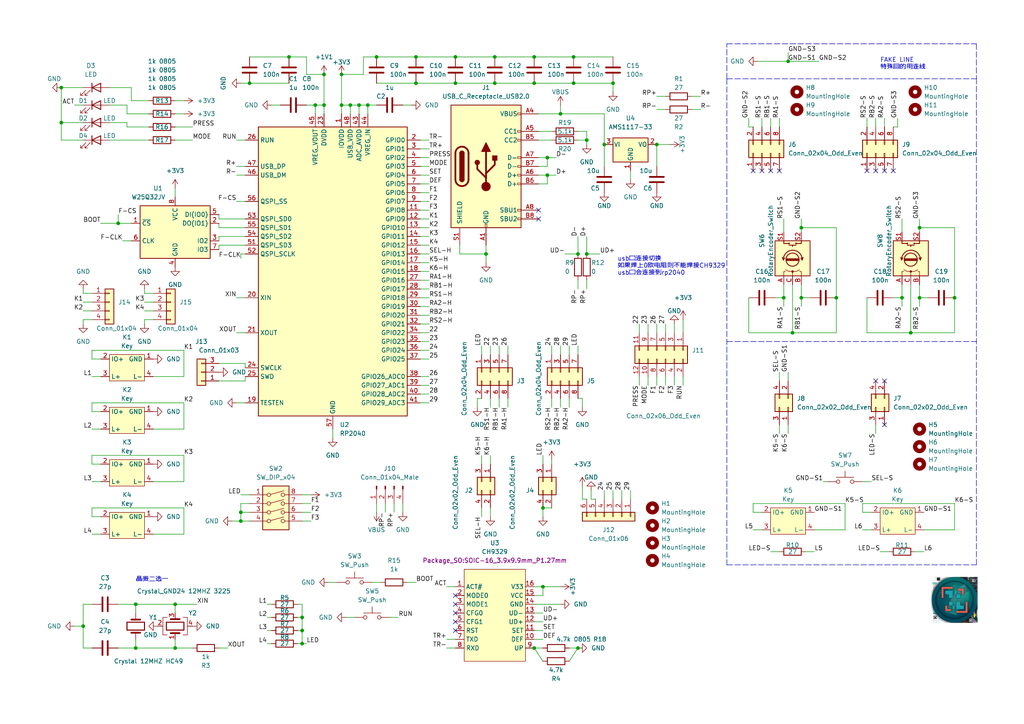
<source format=kicad_sch>
(kicad_sch (version 20211123) (generator eeschema)
  (paper "A4")
  (title_block (title "RKD-TypeC-SDVX") (date "2023-02-04") (rev "37") (company "PCX-LK") (comment 1 "https://github.com/PCX-LK/RKD"))
  (junction (at 266.7 66.04))
  (junction (at 167.64 187.96))
  (junction (at 261.62 86.36))
  (junction (at 154.94 16.51))
  (junction (at 99.06 30.48))
  (junction (at 166.37 16.51))
  (junction (at 242.57 86.36))
  (junction (at 109.22 16.51))
  (junction (at 276.86 86.36))
  (junction (at 166.37 24.13))
  (junction (at 157.48 170.18))
  (junction (at 228.6 17.78))
  (junction (at 83.82 16.51))
  (junction (at 91.44 30.48))
  (junction (at 120.65 16.51))
  (junction (at 229.87 96.52))
  (junction (at 24.13 181.61))
  (junction (at 93.98 30.48))
  (junction (at 170.18 73.66))
  (junction (at 177.8 24.13))
  (junction (at 39.37 175.26))
  (junction (at 93.98 21.59))
  (junction (at 175.26 41.91))
  (junction (at 158.75 45.72))
  (junction (at 69.85 151.13))
  (junction (at 104.14 30.48))
  (junction (at 17.78 25.4))
  (junction (at 143.51 16.51))
  (junction (at 69.85 148.59))
  (junction (at 143.51 24.13))
  (junction (at 167.64 73.66))
  (junction (at 132.08 16.51))
  (junction (at 162.56 33.02))
  (junction (at 87.63 186.69))
  (junction (at 158.75 50.8))
  (junction (at 72.39 24.13))
  (junction (at 87.63 179.07))
  (junction (at 99.06 21.59))
  (junction (at 264.16 96.52))
  (junction (at 227.33 86.36))
  (junction (at 87.63 182.88))
  (junction (at 170.18 40.64))
  (junction (at 154.94 187.96))
  (junction (at 106.68 30.48))
  (junction (at 232.41 66.04))
  (junction (at 132.08 24.13))
  (junction (at 34.29 64.77))
  (junction (at 17.78 35.56))
  (junction (at 190.5 41.91))
  (junction (at 157.48 147.32))
  (junction (at 232.41 86.36))
  (junction (at 50.8 175.26))
  (junction (at 101.6 30.48))
  (junction (at 154.94 24.13))
  (junction (at 120.65 24.13))
  (junction (at 140.97 73.66))
  (junction (at 50.8 187.96))
  (junction (at 39.37 187.96))
  (junction (at 266.7 86.36))
  (no_connect (at 223.52 49.53))
  (no_connect (at 256.54 49.53))
  (no_connect (at 259.08 49.53))
  (no_connect (at 254 49.53))
  (no_connect (at 218.44 49.53))
  (no_connect (at 132.08 180.34))
  (no_connect (at 132.08 172.72))
  (no_connect (at 132.08 175.26))
  (no_connect (at 132.08 177.8))
  (no_connect (at 254 110.49))
  (no_connect (at 256.54 123.19))
  (no_connect (at 220.98 49.53))
  (no_connect (at 226.06 49.53))
  (no_connect (at 132.08 182.88))
  (no_connect (at 251.46 49.53))
  (no_connect (at 156.21 63.5))
  (no_connect (at 256.54 110.49))
  (no_connect (at 156.21 60.96))
  (wire (pts (xy 172.72 144.78) (xy 171.45 144.78)))
  (wire (pts (xy 29.21 149.86) (xy 26.67 149.86)))
  (polyline (pts (xy 210.82 99.06) (xy 283.21 99.06)))
  (wire (pts (xy 139.7 132.08) (xy 139.7 134.62)))
  (wire (pts (xy 109.22 146.05) (xy 109.22 148.59)))
  (wire (pts (xy 77.47 186.69) (xy 78.74 186.69)))
  (polyline (pts (xy 283.21 12.7) (xy 283.21 22.86)))
  (wire (pts (xy 170.18 38.1) (xy 170.18 40.64)))
  (wire (pts (xy 144.78 115.57) (xy 144.78 118.11)))
  (wire (pts (xy 276.86 86.36) (xy 276.86 96.52)))
  (wire (pts (xy 63.5 64.77) (xy 63.5 66.04)))
  (wire (pts (xy 260.35 36.83) (xy 260.35 34.29)))
  (wire (pts (xy 228.6 125.73) (xy 228.6 123.19)))
  (wire (pts (xy 121.92 60.96) (xy 124.46 60.96)))
  (wire (pts (xy 121.92 88.9) (xy 124.46 88.9)))
  (wire (pts (xy 143.51 16.51) (xy 154.94 16.51)))
  (wire (pts (xy 167.64 38.1) (xy 170.18 38.1)))
  (wire (pts (xy 72.39 24.13) (xy 83.82 24.13)))
  (wire (pts (xy 87.63 143.51) (xy 90.17 143.51)))
  (wire (pts (xy 226.06 36.83) (xy 226.06 34.29)))
  (wire (pts (xy 109.22 16.51) (xy 120.65 16.51)))
  (wire (pts (xy 166.37 24.13) (xy 177.8 24.13)))
  (wire (pts (xy 26.67 85.09) (xy 24.13 85.09)))
  (wire (pts (xy 26.67 104.14) (xy 26.67 101.6)))
  (wire (pts (xy 264.16 82.55) (xy 264.16 96.52)))
  (wire (pts (xy 266.7 86.36) (xy 266.7 82.55)))
  (wire (pts (xy 88.9 21.59) (xy 93.98 21.59)))
  (wire (pts (xy 63.5 105.41) (xy 71.12 105.41)))
  (wire (pts (xy 50.8 187.96) (xy 55.88 187.96)))
  (wire (pts (xy 140.97 71.12) (xy 140.97 73.66)))
  (wire (pts (xy 86.36 182.88) (xy 87.63 182.88)))
  (wire (pts (xy 223.52 36.83) (xy 223.52 34.29)))
  (wire (pts (xy 232.41 66.04) (xy 232.41 67.31)))
  (wire (pts (xy 36.83 33.02) (xy 43.18 33.02)))
  (wire (pts (xy 53.34 154.94) (xy 44.45 154.94)))
  (wire (pts (xy 223.52 160.02) (xy 226.06 160.02)))
  (wire (pts (xy 227.33 86.36) (xy 227.33 82.55)))
  (wire (pts (xy 63.5 71.12) (xy 71.12 71.12)))
  (wire (pts (xy 67.31 151.13) (xy 69.85 151.13)))
  (wire (pts (xy 87.63 182.88) (xy 87.63 179.07)))
  (wire (pts (xy 242.57 66.04) (xy 242.57 86.36)))
  (wire (pts (xy 36.83 30.48) (xy 36.83 33.02)))
  (wire (pts (xy 142.24 149.86) (xy 142.24 147.32)))
  (wire (pts (xy 121.92 71.12) (xy 124.46 71.12)))
  (wire (pts (xy 140.97 73.66) (xy 140.97 76.2)))
  (wire (pts (xy 190.5 41.91) (xy 190.5 48.26)))
  (wire (pts (xy 162.56 30.48) (xy 162.56 33.02)))
  (wire (pts (xy 166.37 16.51) (xy 177.8 16.51)))
  (wire (pts (xy 195.58 109.22) (xy 195.58 111.76)))
  (wire (pts (xy 154.94 177.8) (xy 157.48 177.8)))
  (wire (pts (xy 63.5 63.5) (xy 71.12 63.5)))
  (wire (pts (xy 68.58 86.36) (xy 71.12 86.36)))
  (wire (pts (xy 142.24 100.33) (xy 142.24 102.87)))
  (wire (pts (xy 233.68 160.02) (xy 236.22 160.02)))
  (wire (pts (xy 109.22 30.48) (xy 106.68 30.48)))
  (wire (pts (xy 99.06 21.59) (xy 105.41 21.59)))
  (wire (pts (xy 17.78 40.64) (xy 24.13 40.64)))
  (wire (pts (xy 252.73 148.59) (xy 250.19 148.59)))
  (wire (pts (xy 114.3 146.05) (xy 114.3 148.59)))
  (wire (pts (xy 53.34 101.6) (xy 53.34 109.22)))
  (wire (pts (xy 50.8 175.26) (xy 57.15 175.26)))
  (wire (pts (xy 250.19 148.59) (xy 250.19 146.05)))
  (wire (pts (xy 53.34 132.08) (xy 53.34 139.7)))
  (wire (pts (xy 105.41 21.59) (xy 105.41 16.51)))
  (wire (pts (xy 29.21 139.7) (xy 26.67 139.7)))
  (wire (pts (xy 157.48 147.32) (xy 160.02 147.32)))
  (polyline (pts (xy 210.82 22.86) (xy 210.82 163.83)))
  (wire (pts (xy 162.56 100.33) (xy 162.56 102.87)))
  (wire (pts (xy 121.92 83.82) (xy 124.46 83.82)))
  (wire (pts (xy 190.5 41.91) (xy 194.31 41.91)))
  (wire (pts (xy 29.21 109.22) (xy 26.67 109.22)))
  (wire (pts (xy 120.65 16.51) (xy 132.08 16.51)))
  (wire (pts (xy 147.32 100.33) (xy 147.32 102.87)))
  (wire (pts (xy 158.75 48.26) (xy 156.21 48.26)))
  (wire (pts (xy 39.37 187.96) (xy 39.37 185.42)))
  (wire (pts (xy 162.56 170.18) (xy 157.48 170.18)))
  (polyline (pts (xy 210.82 12.7) (xy 283.21 12.7)))
  (wire (pts (xy 71.12 68.58) (xy 63.5 68.58)))
  (wire (pts (xy 29.21 134.62) (xy 26.67 134.62)))
  (wire (pts (xy 71.12 73.66) (xy 69.85 73.66)))
  (wire (pts (xy 147.32 115.57) (xy 147.32 118.11)))
  (wire (pts (xy 17.78 35.56) (xy 17.78 40.64)))
  (wire (pts (xy 266.7 66.04) (xy 276.86 66.04)))
  (wire (pts (xy 180.34 142.24) (xy 180.34 144.78)))
  (wire (pts (xy 63.5 187.96) (xy 66.04 187.96)))
  (wire (pts (xy 68.58 40.64) (xy 71.12 40.64)))
  (wire (pts (xy 86.36 175.26) (xy 87.63 175.26)))
  (wire (pts (xy 182.88 142.24) (xy 182.88 144.78)))
  (wire (pts (xy 252.73 153.67) (xy 250.19 153.67)))
  (wire (pts (xy 198.12 92.71) (xy 198.12 96.52)))
  (wire (pts (xy 26.67 92.71) (xy 24.13 92.71)))
  (wire (pts (xy 121.92 58.42) (xy 124.46 58.42)))
  (wire (pts (xy 162.56 115.57) (xy 162.56 118.11)))
  (wire (pts (xy 217.17 36.83) (xy 217.17 34.29)))
  (wire (pts (xy 50.8 54.61) (xy 50.8 57.15)))
  (wire (pts (xy 121.92 48.26) (xy 124.46 48.26)))
  (wire (pts (xy 182.88 49.53) (xy 182.88 52.07)))
  (wire (pts (xy 259.08 36.83) (xy 260.35 36.83)))
  (wire (pts (xy 250.19 146.05) (xy 276.86 146.05)))
  (wire (pts (xy 41.91 90.17) (xy 44.45 90.17)))
  (wire (pts (xy 227.33 88.9) (xy 227.33 86.36)))
  (wire (pts (xy 156.21 45.72) (xy 158.75 45.72)))
  (wire (pts (xy 238.76 139.7) (xy 240.03 139.7)))
  (wire (pts (xy 229.87 96.52) (xy 229.87 82.55)))
  (polyline (pts (xy 210.82 163.83) (xy 283.21 163.83)))
  (wire (pts (xy 170.18 81.28) (xy 170.18 83.82)))
  (wire (pts (xy 106.68 30.48) (xy 106.68 33.02)))
  (wire (pts (xy 229.87 96.52) (xy 217.17 96.52)))
  (wire (pts (xy 41.91 92.71) (xy 41.91 93.98)))
  (wire (pts (xy 50.8 33.02) (xy 53.34 33.02)))
  (wire (pts (xy 83.82 16.51) (xy 88.9 16.51)))
  (wire (pts (xy 24.13 85.09) (xy 24.13 83.82)))
  (wire (pts (xy 111.76 146.05) (xy 111.76 148.59)))
  (wire (pts (xy 87.63 148.59) (xy 90.17 148.59)))
  (wire (pts (xy 63.5 66.04) (xy 71.12 66.04)))
  (wire (pts (xy 142.24 132.08) (xy 142.24 134.62)))
  (wire (pts (xy 44.45 92.71) (xy 41.91 92.71)))
  (wire (pts (xy 99.06 21.59) (xy 99.06 30.48)))
  (wire (pts (xy 69.85 146.05) (xy 69.85 148.59)))
  (wire (pts (xy 245.11 146.05) (xy 245.11 153.67)))
  (wire (pts (xy 88.9 16.51) (xy 88.9 21.59)))
  (wire (pts (xy 87.63 175.26) (xy 87.63 179.07)))
  (wire (pts (xy 171.45 144.78) (xy 171.45 142.24)))
  (wire (pts (xy 26.67 119.38) (xy 26.67 116.84)))
  (wire (pts (xy 158.75 45.72) (xy 161.29 45.72)))
  (wire (pts (xy 36.83 35.56) (xy 36.83 36.83)))
  (wire (pts (xy 104.14 30.48) (xy 106.68 30.48)))
  (wire (pts (xy 245.11 153.67) (xy 236.22 153.67)))
  (wire (pts (xy 69.85 151.13) (xy 72.39 151.13)))
  (wire (pts (xy 259.08 86.36) (xy 261.62 86.36)))
  (wire (pts (xy 24.13 30.48) (xy 21.59 30.48)))
  (wire (pts (xy 116.84 146.05) (xy 116.84 148.59)))
  (wire (pts (xy 121.92 116.84) (xy 124.46 116.84)))
  (wire (pts (xy 107.95 168.91) (xy 110.49 168.91)))
  (wire (pts (xy 121.92 55.88) (xy 124.46 55.88)))
  (wire (pts (xy 39.37 187.96) (xy 50.8 187.96)))
  (wire (pts (xy 87.63 186.69) (xy 88.9 186.69)))
  (wire (pts (xy 53.34 29.21) (xy 50.8 29.21)))
  (wire (pts (xy 121.92 45.72) (xy 124.46 45.72)))
  (wire (pts (xy 121.92 111.76) (xy 124.46 111.76)))
  (wire (pts (xy 63.5 63.5) (xy 63.5 62.23)))
  (wire (pts (xy 154.94 175.26) (xy 162.56 175.26)))
  (wire (pts (xy 121.92 81.28) (xy 124.46 81.28)))
  (wire (pts (xy 168.91 140.97) (xy 168.91 144.78)))
  (wire (pts (xy 78.74 30.48) (xy 81.28 30.48)))
  (wire (pts (xy 69.85 73.66) (xy 69.85 74.93)))
  (wire (pts (xy 41.91 87.63) (xy 44.45 87.63)))
  (wire (pts (xy 17.78 35.56) (xy 24.13 35.56)))
  (wire (pts (xy 170.18 73.66) (xy 173.99 73.66)))
  (wire (pts (xy 53.34 139.7) (xy 44.45 139.7)))
  (wire (pts (xy 69.85 24.13) (xy 72.39 24.13)))
  (wire (pts (xy 93.98 21.59) (xy 93.98 30.48)))
  (wire (pts (xy 198.12 109.22) (xy 198.12 111.76)))
  (wire (pts (xy 26.67 101.6) (xy 53.34 101.6)))
  (wire (pts (xy 86.36 179.07) (xy 87.63 179.07)))
  (wire (pts (xy 129.54 170.18) (xy 132.08 170.18)))
  (wire (pts (xy 261.62 88.9) (xy 261.62 86.36)))
  (wire (pts (xy 232.41 66.04) (xy 242.57 66.04)))
  (wire (pts (xy 154.94 170.18) (xy 157.48 170.18)))
  (wire (pts (xy 190.5 109.22) (xy 190.5 111.76)))
  (polyline (pts (xy 283.21 163.83) (xy 283.21 22.86)))
  (wire (pts (xy 121.92 91.44) (xy 124.46 91.44)))
  (wire (pts (xy 254 125.73) (xy 254 123.19)))
  (wire (pts (xy 157.48 149.86) (xy 157.48 147.32)))
  (wire (pts (xy 50.8 40.64) (xy 55.88 40.64)))
  (wire (pts (xy 232.41 86.36) (xy 234.95 86.36)))
  (wire (pts (xy 29.21 64.77) (xy 34.29 64.77)))
  (wire (pts (xy 29.21 154.94) (xy 26.67 154.94)))
  (wire (pts (xy 129.54 185.42) (xy 132.08 185.42)))
  (wire (pts (xy 50.8 175.26) (xy 50.8 177.8)))
  (wire (pts (xy 71.12 109.22) (xy 71.12 110.49)))
  (wire (pts (xy 105.41 16.51) (xy 109.22 16.51)))
  (wire (pts (xy 276.86 96.52) (xy 264.16 96.52)))
  (wire (pts (xy 218.44 148.59) (xy 218.44 146.05)))
  (wire (pts (xy 200.66 27.94) (xy 203.2 27.94)))
  (wire (pts (xy 71.12 105.41) (xy 71.12 106.68)))
  (wire (pts (xy 96.52 124.46) (xy 96.52 127)))
  (wire (pts (xy 24.13 90.17) (xy 26.67 90.17)))
  (wire (pts (xy 132.08 24.13) (xy 143.51 24.13)))
  (wire (pts (xy 143.51 24.13) (xy 154.94 24.13)))
  (wire (pts (xy 251.46 86.36) (xy 251.46 96.52)))
  (wire (pts (xy 104.14 30.48) (xy 104.14 33.02)))
  (wire (pts (xy 157.48 182.88) (xy 154.94 182.88)))
  (wire (pts (xy 185.42 93.98) (xy 185.42 96.52)))
  (wire (pts (xy 129.54 187.96) (xy 132.08 187.96)))
  (wire (pts (xy 160.02 115.57) (xy 160.02 118.11)))
  (wire (pts (xy 101.6 30.48) (xy 104.14 30.48)))
  (wire (pts (xy 224.79 86.36) (xy 227.33 86.36)))
  (wire (pts (xy 53.34 124.46) (xy 44.45 124.46)))
  (wire (pts (xy 165.1 115.57) (xy 165.1 118.11)))
  (wire (pts (xy 109.22 24.13) (xy 120.65 24.13)))
  (wire (pts (xy 220.98 153.67) (xy 218.44 153.67)))
  (wire (pts (xy 31.75 30.48) (xy 36.83 30.48)))
  (wire (pts (xy 121.92 63.5) (xy 124.46 63.5)))
  (wire (pts (xy 154.94 187.96) (xy 157.48 191.77)))
  (wire (pts (xy 162.56 33.02) (xy 175.26 33.02)))
  (wire (pts (xy 121.92 78.74) (xy 124.46 78.74)))
  (wire (pts (xy 121.92 99.06) (xy 124.46 99.06)))
  (wire (pts (xy 156.21 33.02) (xy 162.56 33.02)))
  (wire (pts (xy 232.41 86.36) (xy 232.41 82.55)))
  (wire (pts (xy 39.37 175.26) (xy 50.8 175.26)))
  (wire (pts (xy 157.48 132.08) (xy 157.48 134.62)))
  (wire (pts (xy 193.04 109.22) (xy 193.04 111.76)))
  (wire (pts (xy 63.5 72.39) (xy 63.5 71.12)))
  (wire (pts (xy 251.46 36.83) (xy 251.46 34.29)))
  (wire (pts (xy 88.9 30.48) (xy 91.44 30.48)))
  (wire (pts (xy 165.1 191.77) (xy 167.64 187.96)))
  (wire (pts (xy 17.78 25.4) (xy 17.78 35.56)))
  (wire (pts (xy 87.63 146.05) (xy 90.17 146.05)))
  (wire (pts (xy 38.1 29.21) (xy 38.1 25.4)))
  (wire (pts (xy 158.75 50.8) (xy 161.29 50.8)))
  (wire (pts (xy 177.8 142.24) (xy 177.8 144.78)))
  (wire (pts (xy 158.75 45.72) (xy 158.75 48.26)))
  (wire (pts (xy 218.44 36.83) (xy 217.17 36.83)))
  (wire (pts (xy 99.06 30.48) (xy 101.6 30.48)))
  (wire (pts (xy 200.66 31.75) (xy 203.2 31.75)))
  (wire (pts (xy 160.02 133.35) (xy 160.02 134.62)))
  (wire (pts (xy 68.58 50.8) (xy 71.12 50.8)))
  (wire (pts (xy 250.19 139.7) (xy 252.73 139.7)))
  (wire (pts (xy 276.86 146.05) (xy 276.86 153.67)))
  (wire (pts (xy 154.94 187.96) (xy 157.48 187.96)))
  (wire (pts (xy 154.94 16.51) (xy 166.37 16.51)))
  (wire (pts (xy 177.8 24.13) (xy 177.8 26.67)))
  (wire (pts (xy 266.7 63.5) (xy 266.7 66.04)))
  (wire (pts (xy 69.85 148.59) (xy 72.39 148.59)))
  (wire (pts (xy 217.17 96.52) (xy 217.17 86.36)))
  (wire (pts (xy 154.94 185.42) (xy 157.48 185.42)))
  (wire (pts (xy 139.7 100.33) (xy 139.7 102.87)))
  (wire (pts (xy 228.6 15.24) (xy 228.6 17.78)))
  (wire (pts (xy 24.13 175.26) (xy 24.13 181.61)))
  (wire (pts (xy 26.67 149.86) (xy 26.67 147.32)))
  (wire (pts (xy 265.43 160.02) (xy 267.97 160.02)))
  (wire (pts (xy 163.83 73.66) (xy 167.64 73.66)))
  (wire (pts (xy 121.92 68.58) (xy 124.46 68.58)))
  (wire (pts (xy 228.6 17.78) (xy 237.49 17.78)))
  (wire (pts (xy 175.26 41.91) (xy 175.26 48.26)))
  (wire (pts (xy 187.96 93.98) (xy 187.96 96.52)))
  (wire (pts (xy 220.98 148.59) (xy 218.44 148.59)))
  (wire (pts (xy 228.6 107.95) (xy 228.6 110.49)))
  (wire (pts (xy 154.94 172.72) (xy 157.48 172.72)))
  (wire (pts (xy 26.67 175.26) (xy 24.13 175.26)))
  (wire (pts (xy 69.85 148.59) (xy 69.85 151.13)))
  (wire (pts (xy 175.26 33.02) (xy 175.26 41.91)))
  (wire (pts (xy 121.92 101.6) (xy 124.46 101.6)))
  (wire (pts (xy 165.1 100.33) (xy 165.1 102.87)))
  (wire (pts (xy 113.03 179.07) (xy 115.57 179.07)))
  (wire (pts (xy 121.92 73.66) (xy 124.46 73.66)))
  (wire (pts (xy 31.75 35.56) (xy 36.83 35.56)))
  (wire (pts (xy 254 36.83) (xy 254 34.29)))
  (wire (pts (xy 17.78 25.4) (xy 24.13 25.4)))
  (wire (pts (xy 39.37 175.26) (xy 39.37 177.8)))
  (polyline (pts (xy 210.82 22.86) (xy 283.21 22.86)))
  (wire (pts (xy 168.91 115.57) (xy 168.91 118.11)))
  (wire (pts (xy 132.08 16.51) (xy 143.51 16.51)))
  (wire (pts (xy 72.39 16.51) (xy 83.82 16.51)))
  (wire (pts (xy 170.18 68.58) (xy 170.18 73.66)))
  (wire (pts (xy 77.47 179.07) (xy 78.74 179.07)))
  (wire (pts (xy 34.29 64.77) (xy 38.1 64.77)))
  (wire (pts (xy 170.18 40.64) (xy 170.18 41.91)))
  (wire (pts (xy 68.58 96.52) (xy 71.12 96.52)))
  (wire (pts (xy 167.64 68.58) (xy 167.64 73.66)))
  (wire (pts (xy 218.44 146.05) (xy 245.11 146.05)))
  (wire (pts (xy 220.98 36.83) (xy 220.98 34.29)))
  (wire (pts (xy 91.44 30.48) (xy 91.44 33.02)))
  (wire (pts (xy 99.06 33.02) (xy 99.06 30.48)))
  (wire (pts (xy 142.24 115.57) (xy 142.24 118.11)))
  (wire (pts (xy 36.83 36.83) (xy 43.18 36.83)))
  (wire (pts (xy 41.91 83.82) (xy 41.91 85.09)))
  (wire (pts (xy 87.63 186.69) (xy 87.63 182.88)))
  (wire (pts (xy 255.27 160.02) (xy 257.81 160.02)))
  (wire (pts (xy 219.71 17.78) (xy 228.6 17.78)))
  (wire (pts (xy 167.64 81.28) (xy 167.64 83.82)))
  (wire (pts (xy 26.67 147.32) (xy 53.34 147.32)))
  (wire (pts (xy 167.64 40.64) (xy 170.18 40.64)))
  (wire (pts (xy 95.25 168.91) (xy 97.79 168.91)))
  (wire (pts (xy 53.34 116.84) (xy 53.34 124.46)))
  (wire (pts (xy 121.92 43.18) (xy 124.46 43.18)))
  (wire (pts (xy 69.85 146.05) (xy 72.39 146.05)))
  (wire (pts (xy 21.59 181.61) (xy 24.13 181.61)))
  (wire (pts (xy 167.64 115.57) (xy 168.91 115.57)))
  (wire (pts (xy 77.47 175.26) (xy 78.74 175.26)))
  (wire (pts (xy 261.62 86.36) (xy 261.62 82.55)))
  (wire (pts (xy 63.5 110.49) (xy 71.12 110.49)))
  (wire (pts (xy 227.33 67.31) (xy 227.33 63.5)))
  (wire (pts (xy 139.7 115.57) (xy 138.43 115.57)))
  (wire (pts (xy 86.36 186.69) (xy 87.63 186.69)))
  (wire (pts (xy 121.92 93.98) (xy 124.46 93.98)))
  (wire (pts (xy 121.92 76.2) (xy 124.46 76.2)))
  (wire (pts (xy 34.29 62.23) (xy 34.29 64.77)))
  (wire (pts (xy 133.35 73.66) (xy 140.97 73.66)))
  (wire (pts (xy 261.62 67.31) (xy 261.62 63.5)))
  (wire (pts (xy 120.65 24.13) (xy 132.08 24.13)))
  (wire (pts (xy 34.29 187.96) (xy 39.37 187.96)))
  (wire (pts (xy 242.57 96.52) (xy 229.87 96.52)))
  (wire (pts (xy 35.56 69.85) (xy 38.1 69.85)))
  (wire (pts (xy 121.92 40.64) (xy 124.46 40.64)))
  (wire (pts (xy 77.47 182.88) (xy 78.74 182.88)))
  (wire (pts (xy 53.34 147.32) (xy 53.34 154.94)))
  (wire (pts (xy 266.7 88.9) (xy 266.7 86.36)))
  (wire (pts (xy 139.7 149.86) (xy 139.7 147.32)))
  (wire (pts (xy 133.35 71.12) (xy 133.35 73.66)))
  (wire (pts (xy 187.96 109.22) (xy 187.96 111.76)))
  (wire (pts (xy 154.94 24.13) (xy 166.37 24.13)))
  (wire (pts (xy 154.94 180.34) (xy 157.48 180.34)))
  (wire (pts (xy 226.06 107.95) (xy 226.06 110.49)))
  (wire (pts (xy 242.57 86.36) (xy 242.57 96.52)))
  (wire (pts (xy 266.7 86.36) (xy 269.24 86.36)))
  (wire (pts (xy 226.06 125.73) (xy 226.06 123.19)))
  (wire (pts (xy 121.92 50.8) (xy 124.46 50.8)))
  (wire (pts (xy 43.18 29.21) (xy 38.1 29.21)))
  (wire (pts (xy 29.21 119.38) (xy 26.67 119.38)))
  (wire (pts (xy 232.41 88.9) (xy 232.41 86.36)))
  (wire (pts (xy 69.85 143.51) (xy 72.39 143.51)))
  (wire (pts (xy 157.48 172.72) (xy 157.48 170.18)))
  (wire (pts (xy 185.42 109.22) (xy 185.42 111.76)))
  (wire (pts (xy 29.21 104.14) (xy 26.67 104.14)))
  (wire (pts (xy 50.8 36.83) (xy 55.88 36.83)))
  (wire (pts (xy 190.5 31.75) (xy 193.04 31.75)))
  (wire (pts (xy 121.92 109.22) (xy 124.46 109.22)))
  (wire (pts (xy 156.21 40.64) (xy 160.02 40.64)))
  (wire (pts (xy 24.13 87.63) (xy 26.67 87.63)))
  (wire (pts (xy 63.5 68.58) (xy 63.5 69.85)))
  (wire (pts (xy 168.91 144.78) (xy 170.18 144.78)))
  (wire (pts (xy 156.21 38.1) (xy 160.02 38.1)))
  (wire (pts (xy 144.78 100.33) (xy 144.78 102.87)))
  (wire (pts (xy 118.11 168.91) (xy 120.65 168.91)))
  (wire (pts (xy 256.54 36.83) (xy 256.54 34.29)))
  (wire (pts (xy 24.13 181.61) (xy 24.13 187.96)))
  (wire (pts (xy 31.75 25.4) (xy 38.1 25.4)))
  (wire (pts (xy 24.13 92.71) (xy 24.13 93.98)))
  (wire (pts (xy 193.04 93.98) (xy 193.04 96.52)))
  (polyline (pts (xy 210.82 22.86) (xy 210.82 12.7)))
  (wire (pts (xy 190.5 27.94) (xy 193.04 27.94)))
  (wire (pts (xy 190.5 93.98) (xy 190.5 96.52)))
  (wire (pts (xy 165.1 187.96) (xy 167.64 187.96)))
  (wire (pts (xy 121.92 114.3) (xy 124.46 114.3)))
  (wire (pts (xy 195.58 93.98) (xy 195.58 96.52)))
  (wire (pts (xy 93.98 33.02) (xy 93.98 30.48)))
  (wire (pts (xy 160.02 100.33) (xy 160.02 102.87)))
  (wire (pts (xy 34.29 175.26) (xy 39.37 175.26)))
  (wire (pts (xy 276.86 153.67) (xy 267.97 153.67)))
  (wire (pts (xy 121.92 66.04) (xy 124.46 66.04)))
  (wire (pts (xy 116.84 30.48) (xy 119.38 30.48)))
  (wire (pts (xy 101.6 30.48) (xy 101.6 33.02)))
  (wire (pts (xy 68.58 48.26) (xy 71.12 48.26)))
  (wire (pts (xy 50.8 185.42) (xy 50.8 187.96)))
  (wire (pts (xy 138.43 115.57) (xy 138.43 118.11)))
  (wire (pts (xy 156.21 50.8) (xy 158.75 50.8)))
  (wire (pts (xy 68.58 116.84) (xy 71.12 116.84)))
  (wire (pts (xy 93.98 30.48) (xy 91.44 30.48)))
  (wire (pts (xy 158.75 53.34) (xy 156.21 53.34)))
  (wire (pts (xy 232.41 63.5) (xy 232.41 66.04)))
  (wire (pts (xy 41.91 85.09) (xy 44.45 85.09)))
  (wire (pts (xy 121.92 96.52) (xy 124.46 96.52)))
  (wire (pts (xy 87.63 151.13) (xy 90.17 151.13)))
  (wire (pts (xy 26.67 132.08) (xy 53.34 132.08)))
  (wire (pts (xy 266.7 66.04) (xy 266.7 67.31)))
  (wire (pts (xy 26.67 134.62) (xy 26.67 132.08)))
  (wire (pts (xy 251.46 96.52) (xy 264.16 96.52)))
  (wire (pts (xy 31.75 40.64) (xy 43.18 40.64)))
  (wire (pts (xy 29.21 124.46) (xy 26.67 124.46)))
  (wire (pts (xy 167.64 100.33) (xy 167.64 102.87)))
  (wire (pts (xy 26.67 116.84) (xy 53.34 116.84)))
  (wire (pts (xy 121.92 104.14) (xy 124.46 104.14)))
  (wire (pts (xy 68.58 58.42) (xy 71.12 58.42)))
  (wire (pts (xy 121.92 53.34) (xy 124.46 53.34)))
  (wire (pts (xy 24.13 187.96) (xy 26.67 187.96)))
  (wire (pts (xy 100.33 179.07) (xy 102.87 179.07)))
  (wire (pts (xy 121.92 86.36) (xy 124.46 86.36)))
  (wire (pts (xy 175.26 142.24) (xy 175.26 144.78)))
  (wire (pts (xy 276.86 66.04) (xy 276.86 86.36)))
  (wire (pts (xy 53.34 109.22) (xy 44.45 109.22)))
  (wire (pts (xy 158.75 50.8) (xy 158.75 53.34)))
  (image (at 276.86 173.99) (scale 0.145832))
  (text "usb口连接切换\n如果焊上0欧电阻则不能焊接CH9329\nusb口会连接到rp2040" (at 179.07 80.01 0) (effects (font (size 1.27 1.27)) (justify left bottom)))
  (text "晶振二选一" (at 39.37 168.91 0) (effects (font (size 1.27 1.27)) (justify left bottom)))
  (text "FAKE LINE\n特殊目的用连线" (at 255.27 20.32 0) (effects (font (size 1.27 1.27)) (justify left bottom)))
  (label "RUN" (at 68.58 40.64 180))
  (label "22" (at 142.24 100.33 90))
  (label "L3" (at 77.47 182.88 180))
  (label "R-" (at 203.2 31.75 0))
  (label "24" (at 175.26 142.24 90))
  (label "BOOT" (at 29.21 64.77 180))
  (label "RB2-H" (at 162.56 118.11 270))
  (label "29" (at 165.1 100.33 90))
  (label "UD+" (at 173.99 73.66 0))
  (label "PRESS" (at 55.88 36.83 0))
  (label "RS2-H" (at 160.02 118.11 270))
  (label "K4" (at 41.91 90.17 180))
  (label "F1" (at 124.46 55.88 0))
  (label "RP+" (at 190.5 27.94 180))
  (label "22" (at 185.42 93.98 90))
  (label "25" (at 124.46 104.14 0))
  (label "K6-S" (at 228.6 125.73 270))
  (label "L6" (at 267.97 160.02 0))
  (label "R-" (at 68.58 50.8 180))
  (label "RA2-H" (at 124.46 88.9 0))
  (label "L5" (at 218.44 153.67 180))
  (label "GND-S1" (at 238.76 139.7 180))
  (label "GND-S1" (at 228.6 107.95 90))
  (label "K6-H" (at 142.24 132.08 90))
  (label "RA1-H" (at 124.46 81.28 0))
  (label "F1" (at 90.17 146.05 0))
  (label "K2" (at 124.46 66.04 0))
  (label "GND-S1" (at 267.97 148.59 0))
  (label "RA2-S" (at 256.54 34.29 90))
  (label "27" (at 193.04 93.98 90))
  (label "L2" (at 77.47 179.07 180))
  (label "PRESS" (at 124.46 45.72 0))
  (label "RP-" (at 111.76 148.59 270))
  (label "RS2-S" (at 251.46 34.29 90))
  (label "RB1-S" (at 223.52 34.29 90))
  (label "28" (at 162.56 100.33 90))
  (label "RP+" (at 170.18 83.82 270))
  (label "UD-" (at 163.83 73.66 180))
  (label "LED-S" (at 254 125.73 270))
  (label "LED" (at 88.9 186.69 0))
  (label "RP+" (at 114.3 148.59 270))
  (label "24" (at 160.02 100.33 90))
  (label "TR+" (at 124.46 43.18 0))
  (label "22" (at 124.46 96.52 0))
  (label "RB2-S" (at 254 34.29 90))
  (label "SEL-S" (at 252.73 139.7 0))
  (label "RB2-S" (at 266.7 88.9 270))
  (label "RB1-H" (at 124.46 83.82 0))
  (label "F-CS" (at 68.58 58.42 180))
  (label "RS1-S" (at 220.98 34.29 90))
  (label "RA1-H" (at 147.32 118.11 270))
  (label "BOOT" (at 120.65 168.91 0))
  (label "28" (at 124.46 114.3 0))
  (label "L5" (at 236.22 160.02 0))
  (label "LED" (at 139.7 100.33 90))
  (label "RB1-S" (at 232.41 88.9 270))
  (label "K4" (at 53.34 147.32 0))
  (label "UD+" (at 157.48 180.34 0))
  (label "RS1-S" (at 227.33 63.5 90))
  (label "R+" (at 203.2 27.94 0))
  (label "XOUT" (at 68.58 96.52 180))
  (label "K3" (at 53.34 132.08 0))
  (label "26" (at 124.46 109.22 0))
  (label "F3" (at 124.46 60.96 0))
  (label "L6" (at 250.19 153.67 180))
  (label "K5-H" (at 139.7 132.08 90))
  (label "RB1-H" (at 144.78 118.11 270))
  (label "K3" (at 41.91 87.63 180))
  (label "24" (at 124.46 101.6 0))
  (label "PRESS" (at 185.42 111.76 270))
  (label "RS1-H" (at 142.24 118.11 270))
  (label "SEL-H" (at 139.7 149.86 270))
  (label "K5-S" (at 245.11 146.05 0))
  (label "L3" (at 26.67 139.7 180))
  (label "28" (at 180.34 142.24 90))
  (label "L4" (at 26.67 154.94 180))
  (label "27" (at 124.46 111.76 0))
  (label "F-CLK" (at 69.85 74.93 180))
  (label "29" (at 182.88 142.24 90))
  (label "23" (at 144.78 100.33 90))
  (label "XIN" (at 57.15 175.26 0))
  (label "K2" (at 53.34 116.84 0))
  (label "25" (at 177.8 142.24 90))
  (label "D+" (at 161.29 50.8 0))
  (label "GND-S1" (at 236.22 148.59 0))
  (label "DEF" (at 124.46 53.34 0))
  (label "K4" (at 124.46 71.12 0))
  (label "R+" (at 68.58 48.26 180))
  (label "F1" (at 190.5 111.76 270))
  (label "RS1-H" (at 124.46 86.36 0))
  (label "MODE" (at 187.96 111.76 270))
  (label "LED" (at 167.64 100.33 90))
  (label "SET" (at 157.48 182.88 0))
  (label "LED-S" (at 255.27 160.02 180))
  (label "UD-" (at 157.48 177.8 0))
  (label "K1" (at 124.46 63.5 0))
  (label "F-CLK" (at 35.56 69.85 180))
  (label "26" (at 147.32 100.33 90))
  (label "SEL-H" (at 124.46 73.66 0))
  (label "DEF" (at 157.48 185.42 0))
  (label "TR-" (at 129.54 187.96 180))
  (label "23" (at 187.96 93.98 90))
  (label "XOUT" (at 66.04 187.96 0))
  (label "F-CS" (at 34.29 62.23 0))
  (label "MODE" (at 124.46 48.26 0))
  (label "F2" (at 193.04 111.76 270))
  (label "K5-H" (at 124.46 76.2 0))
  (label "GND-S2" (at 217.17 34.29 90))
  (label "F3" (at 195.58 111.76 270))
  (label "SEL-S" (at 226.06 107.95 90))
  (label "F2" (at 124.46 58.42 0))
  (label "MODE" (at 55.88 40.64 0))
  (label "GND-S3" (at 260.35 34.29 90))
  (label "K3" (at 124.46 68.58 0))
  (label "K2" (at 24.13 90.17 180))
  (label "ACT" (at 129.54 170.18 180))
  (label "RS2-H" (at 124.46 93.98 0))
  (label "D-" (at 161.29 45.72 0))
  (label "TR-" (at 124.46 40.64 0))
  (label "RP-" (at 190.5 31.75 180))
  (label "GND-S3" (at 228.6 15.24 0))
  (label "29" (at 124.46 116.84 0))
  (label "SET" (at 124.46 50.8 0))
  (label "L1" (at 26.67 109.22 180))
  (label "F3" (at 90.17 151.13 0))
  (label "RP-" (at 167.64 83.82 270))
  (label "RA1-S" (at 226.06 34.29 90))
  (label "RA1-S" (at 227.33 88.9 270))
  (label "K1" (at 24.13 87.63 180))
  (label "L2" (at 26.67 124.46 180))
  (label "RA2-S" (at 261.62 88.9 270))
  (label "RB2-H" (at 124.46 91.44 0))
  (label "GND-S1" (at 228.6 17.78 0))
  (label "23" (at 124.46 99.06 0))
  (label "K6-H" (at 124.46 78.74 0))
  (label "D+" (at 170.18 68.58 90))
  (label "LED-S" (at 223.52 160.02 180))
  (label "GND-S2" (at 232.41 63.5 90))
  (label "L1" (at 77.47 175.26 180))
  (label "LED" (at 157.48 132.08 90))
  (label "D-" (at 167.64 68.58 90))
  (label "F2" (at 90.17 148.59 0))
  (label "K5-S" (at 226.06 125.73 270))
  (label "L4" (at 77.47 186.69 180))
  (label "RUN" (at 115.57 179.07 0))
  (label "XIN" (at 68.58 86.36 180))
  (label "RS2-S" (at 261.62 63.5 90))
  (label "26" (at 190.5 93.98 90))
  (label "LED" (at 69.85 143.51 180))
  (label "GND-S3" (at 266.7 63.5 90))
  (label "RA2-H" (at 165.1 118.11 270))
  (label "TR+" (at 129.54 185.42 180))
  (label "GND-S2" (at 237.49 17.78 0))
  (label "RUN" (at 198.12 111.76 270))
  (label "K6-S" (at 276.86 146.05 0))
  (label "K1" (at 53.34 101.6 0))
  (label "ACT" (at 21.59 30.48 180))
  (symbol (lib_id "Device:R") (at 196.85 31.75 270) (unit 1)
    (property "Reference" "R2" (at 196.85 36.83 90))
    (property "Value" "27" (at 196.85 34.29 90))
    (property "Footprint" "Resistor_SMD:R_0805_2012Metric" (effects hide))
  )
  (symbol (lib_id "power:+1V1") (at 93.98 21.59 0) (unit 1)
    (property "Reference" "#PWR0109" (effects hide))
    (property "Value" "+1V1" (at 93.98 16.51 0))
  )
  (symbol (lib_id "power:+3V3") (at 53.34 29.21 270) (unit 1)
    (property "Reference" "#PWR04" (effects hide))
    (property "Value" "+3V3" (at 57.15 29.2101 90) (effects (justify left)))
  )
  (symbol (lib_id "power:GND") (at 44.45 149.86 90) (mirror x) (unit 1)
    (property "Reference" "#PWR0128" (effects hide))
    (property "Value" "GND" (at 48.26 149.8599 90) (effects (justify right)))
  )
  (symbol (lib_id "power:GND") (at 167.64 187.96 90) (unit 1)
    (property "Reference" "#PWR0114" (effects hide))
    (property "Value" "GND" (at 171.45 187.9599 90) (effects (justify right)))
  )
  (symbol (lib_id "Device:R") (at 46.99 29.21 90) (unit 1)
    (property "Reference" "R13" (at 46.99 29.21 90))
    (property "Value" "1k 0805" (at 46.99 17.78 90))
    (property "Footprint" "Resistor_SMD:R_0805_2012Metric" (effects hide))
  )
  (symbol (lib_name "Key_3") (lib_id "Key:Key") (at 260.35 151.13 0) (unit 1)
    (property "Reference" "K6" (at 260.35 142.24 0))
    (property "Value" "Key" (at 260.35 144.78 0))
    (property "Footprint" "foot:Key" (effects hide))
  )
  (symbol (lib_id "Device:C") (at 83.82 20.32 180) (unit 1)
    (property "Reference" "C8" (at 87.63 22.86 0) (effects (justify right)))
    (property "Value" "100n" (at 87.63 25.4 0) (effects (justify right)))
    (property "Footprint" "Capacitor_SMD:C_0805_2012Metric" (effects hide))
  )
  (symbol (lib_id "Switch:SW_Push") (at 107.95 179.07 0) (unit 1)
    (property "Reference" "SW5" (at 107.95 171.45 0))
    (property "Value" "SW_Push" (at 107.95 173.99 0))
    (property "Footprint" "Button_Switch_SMD:SW_Push_1P1T_NO_6x6mm_H9.5mm" (effects hide))
  )
  (symbol (lib_id "Mechanical:MountingHole") (at 266.7 129.54 0) (unit 1)
    (property "Reference" "H6" (at 269.24 128.2699 0) (effects (justify left)))
    (property "Value" "MountingHole" (at 269.24 130.8099 0) (effects (justify left)))
    (property "Footprint" "foot:HO" (effects hide))
  )
  (symbol (lib_id "Mechanical:MountingHole") (at 265.43 26.67 0) (unit 1)
    (property "Reference" "H10" (at 267.97 25.3999 0) (effects (justify left)))
    (property "Value" "MountingHole" (at 267.97 27.9399 0) (effects (justify left)))
    (property "Footprint" "foot:HO" (effects hide))
  )
  (symbol (lib_id "Mechanical:MountingHole") (at 266.7 124.46 0) (unit 1)
    (property "Reference" "H5" (at 269.24 123.1899 0) (effects (justify left)))
    (property "Value" "MountingHole" (at 269.24 125.7299 0) (effects (justify left)))
    (property "Footprint" "foot:HO" (effects hide))
  )
  (symbol (lib_id "Device:R") (at 114.3 168.91 90) (unit 1)
    (property "Reference" "R15" (at 114.3 162.56 90))
    (property "Value" "1k" (at 114.3 165.1 90))
    (property "Footprint" "Resistor_SMD:R_0805_2012Metric" (effects hide))
  )
  (symbol (lib_id "Mechanical:MountingHole") (at 189.23 147.32 0) (unit 1)
    (property "Reference" "H1" (at 191.77 146.0499 0) (effects (justify left)))
    (property "Value" "MountingHole" (at 191.77 148.5899 0) (effects (justify left)))
    (property "Footprint" "foot:HO" (effects hide))
  )
  (symbol (lib_id "power:GND") (at 95.25 168.91 270) (unit 1)
    (property "Reference" "#PWR0141" (effects hide))
    (property "Value" "GND" (at 91.44 168.9099 90) (effects (justify right)))
  )
  (symbol (lib_id "Connector_Generic:Conn_01x06") (at 177.8 149.86 270) (unit 1)
    (property "Reference" "J12" (at 176.53 153.67 90))
    (property "Value" "Conn_01x06" (at 176.53 156.21 90))
    (property "Footprint" "Connector_PinHeader_2.54mm:PinHeader_1x06_P2.54mm_Vertical" (effects hide))
  )
  (symbol (lib_id "power:+3V3") (at 99.06 21.59 0) (unit 1)
    (property "Reference" "#PWR0110" (effects hide))
    (property "Value" "+3V3" (at 99.06 18.034 0))
  )
  (symbol (lib_id "Mechanical:MountingHole") (at 231.14 31.75 0) (unit 1)
    (property "Reference" "H9" (at 233.68 30.4799 0) (effects (justify left)))
    (property "Value" "MountingHole" (at 233.68 33.0199 0) (effects (justify left)))
    (property "Footprint" "foot:HO" (effects hide))
  )
  (symbol (lib_id "Connector_Generic:Conn_02x04_Odd_Even") (at 254 44.45 90) (unit 1)
    (property "Reference" "J9" (at 261.62 41.9099 90) (effects (justify right)))
    (property "Value" "Conn_02x04_Odd_Even" (at 261.62 44.4499 90) (effects (justify right)))
    (property "Footprint" "Connector_PinSocket_2.54mm:PinSocket_2x04_P2.54mm_Horizontal" (effects hide))
  )
  (symbol (lib_id "Device:R") (at 261.62 160.02 90) (unit 1)
    (property "Reference" "R11" (at 261.62 158.115 90))
    (property "Value" "27" (at 261.62 160.02 90))
    (property "Footprint" "Resistor_SMD:R_0805_2012Metric" (effects hide))
  )
  (symbol (lib_name "Key_3") (lib_id "Key:Key") (at 36.83 152.4 0) (unit 1)
    (property "Reference" "K4" (at 36.83 143.51 0))
    (property "Value" "Key" (at 36.83 146.05 0))
    (property "Footprint" "foot:Key" (effects hide))
  )
  (symbol (lib_id "Device:C") (at 30.48 175.26 90) (unit 1)
    (property "Reference" "C3" (at 30.48 167.64 90))
    (property "Value" "27p" (at 30.48 170.18 90))
    (property "Footprint" "Capacitor_SMD:C_0805_2012Metric" (effects hide))
  )
  (symbol (lib_id "power:GND") (at 50.8 77.47 0) (unit 1)
    (property "Reference" "#PWR0107" (effects hide))
    (property "Value" "GND" (at 50.8 82.55 0))
  )
  (symbol (lib_id "Device:C") (at 109.22 20.32 0) (unit 1)
    (property "Reference" "C9" (at 113.03 19.0499 0) (effects (justify left)))
    (property "Value" "100n" (at 113.03 21.5899 0) (effects (justify left)))
    (property "Footprint" "Capacitor_SMD:C_0805_2012Metric" (effects hide))
  )
  (symbol (lib_id "power:GND") (at 175.26 55.88 0) (mirror y) (unit 1)
    (property "Reference" "#PWR0102" (effects hide))
    (property "Value" "GND" (at 175.26 59.69 0))
  )
  (symbol (lib_id "power:+3V3") (at 160.02 133.35 0) (mirror y) (unit 1)
    (property "Reference" "#PWR0129" (effects hide))
    (property "Value" "+3V3" (at 160.02 128.27 0))
  )
  (symbol (lib_id "Device:R") (at 163.83 40.64 90) (unit 1)
    (property "Reference" "R20" (at 163.83 43.18 90))
    (property "Value" "5.1k" (at 163.83 40.64 90))
    (property "Footprint" "Resistor_SMD:R_0805_2012Metric" (effects hide))
  )
  (symbol (lib_id "Connector:USB_C_Receptacle_USB2.0") (at 140.97 48.26 0) (unit 1)
    (property "Reference" "J1" (at 140.97 25.4 0))
    (property "Value" "USB_C_Receptacle_USB2.0" (at 140.97 27.94 0))
    (property "Footprint" "Connector_USB:USB_C_Receptacle_HRO_TYPE-C-31-M-12" (effects hide))
    (property "Datasheet" "https://www.usb.org/sites/default/files/documents/usb_type-c.zip" (effects hide))
  )
  (symbol (lib_id "Device:C") (at 255.27 86.36 270) (unit 1)
    (property "Reference" "C18" (at 255.27 78.74 90))
    (property "Value" "100n" (at 255.27 81.28 90))
    (property "Footprint" "Capacitor_SMD:C_0805_2012Metric" (effects hide))
  )
  (symbol (lib_id "power:+3V3") (at 53.34 33.02 270) (unit 1)
    (property "Reference" "#PWR0122" (effects hide))
    (property "Value" "+3V3" (at 57.15 33.0201 90) (effects (justify left)))
  )
  (symbol (lib_id "Device:LED") (at 27.94 30.48 0) (unit 1)
    (property "Reference" "D1" (at 24.13 29.21 0))
    (property "Value" "LED" (at 31.75 29.21 0))
    (property "Footprint" "foot:L1206" (effects hide))
  )
  (symbol (lib_name "Key_3") (lib_id "Key:Key") (at 36.83 137.16 0) (unit 1)
    (property "Reference" "K3" (at 36.83 128.27 0))
    (property "Value" "Key" (at 36.83 130.81 0))
    (property "Footprint" "foot:Key" (effects hide))
  )
  (symbol (lib_id "Memory_Flash:W25Q32JVSS") (at 50.8 67.31 0) (unit 1)
    (property "Reference" "U1" (at 44.45 54.61 0) (effects (justify left)))
    (property "Value" "W25Q32JV" (at 38.1 57.15 0) (effects (justify left)))
    (property "Footprint" "Package_SO:SOIC-8_5.23x5.23mm_P1.27mm" (effects hide))
    (property "Datasheet" "http://www.winbond.com/resource-files/w25q32jv%20revg%2003272018%20plus.pdf" (effects hide))
  )
  (symbol (lib_id "power:GND") (at 177.8 26.67 0) (unit 1)
    (property "Reference" "#PWR0121" (effects hide))
    (property "Value" "GND" (at 177.8 31.75 0))
  )
  (symbol (lib_id "power:GND") (at 138.43 118.11 0) (unit 1)
    (property "Reference" "#PWR0124" (effects hide))
    (property "Value" "GND" (at 138.43 123.19 0))
  )
  (symbol (lib_id "power:GND") (at 96.52 127 0) (unit 1)
    (property "Reference" "#PWR0119" (effects hide))
    (property "Value" "GND" (at 96.52 132.08 0))
  )
  (symbol (lib_id "power:GND") (at 41.91 93.98 0) (unit 1)
    (property "Reference" "#PWR08" (effects hide))
    (property "Value" "GND" (at 41.91 99.06 0))
  )
  (symbol (lib_id "Device:RotaryEncoder_Switch") (at 264.16 74.93 90) (unit 1)
    (property "Reference" "SW8" (at 255.27 69.85 0))
    (property "Value" "RotaryEncoder_Switch" (at 257.81 69.85 0))
    (property "Footprint" "Rotary_Encoder:RotaryEncoder_Alps_EC11E-Switch_Vertical_H20mm" (effects hide))
  )
  (symbol (lib_id "power:+3V3") (at 198.12 92.71 0) (unit 1)
    (property "Reference" "#PWR0125" (effects hide))
    (property "Value" "+3V3" (at 198.12 86.36 0))
  )
  (symbol (lib_id "Mechanical:MountingHole") (at 189.23 162.56 0) (unit 1)
    (property "Reference" "H4" (at 191.77 161.2899 0) (effects (justify left)))
    (property "Value" "MountingHole" (at 191.77 163.8299 0) (effects (justify left)))
    (property "Footprint" "foot:HO" (effects hide))
  )
  (symbol (lib_id "power:GND") (at 140.97 76.2 0) (unit 1)
    (property "Reference" "#PWR0104" (effects hide))
    (property "Value" "GND" (at 140.97 81.28 0))
  )
  (symbol (lib_id "Connector:Conn_01x04_Male") (at 111.76 140.97 90) (mirror x) (unit 1)
    (property "Reference" "J10" (at 113.03 135.89 90))
    (property "Value" "Conn_01x04_Male" (at 113.03 138.43 90))
    (property "Footprint" "foot:XH-7mm" (effects hide))
  )
  (symbol (lib_name "Key_3") (lib_id "Key:Key") (at 36.83 121.92 0) (unit 1)
    (property "Reference" "K2" (at 36.83 113.03 0))
    (property "Value" "Key" (at 36.83 115.57 0))
    (property "Footprint" "foot:Key" (effects hide))
  )
  (symbol (lib_id "power:GND") (at 195.58 93.98 180) (unit 1)
    (property "Reference" "#PWR0136" (effects hide))
    (property "Value" "GND" (at 195.58 90.17 0))
  )
  (symbol (lib_id "Device:C") (at 113.03 30.48 90) (unit 1)
    (property "Reference" "C2" (at 110.49 27.94 90))
    (property "Value" "1u" (at 113.03 25.4 90))
    (property "Footprint" "Capacitor_SMD:C_0805_2012Metric" (effects hide))
  )
  (symbol (lib_id "power:GND") (at 190.5 55.88 0) (mirror y) (unit 1)
    (property "Reference" "#PWR0105" (effects hide))
    (property "Value" "GND" (at 190.5 59.69 0))
  )
  (symbol (lib_id "MCU_RaspberryPi:RP2040") (at 96.52 78.74 0) (unit 1)
    (property "Reference" "U2" (at 98.5394 123.19 0) (effects (justify left)))
    (property "Value" "RP2040" (at 98.5394 125.73 0) (effects (justify left)))
    (property "Footprint" "foot:RP2040-QFN-56" (effects hide))
    (property "Datasheet" "https://datasheets.raspberrypi.com/rp2040/rp2040-datasheet.pdf" (effects hide))
  )
  (symbol (lib_id "Device:R") (at 161.29 187.96 90) (unit 1)
    (property "Reference" "R18" (at 173.99 185.42 90))
    (property "Value" "4.7k 0805" (at 166.37 185.42 90))
    (property "Footprint" "Resistor_SMD:R_0805_2012Metric" (effects hide))
  )
  (symbol (lib_id "power:GND") (at 157.48 149.86 0) (unit 1)
    (property "Reference" "#PWR0133" (effects hide))
    (property "Value" "GND" (at 157.48 154.94 0))
  )
  (symbol (lib_id "Switch:SW_Push") (at 102.87 168.91 0) (unit 1)
    (property "Reference" "SW3" (at 102.87 161.29 0))
    (property "Value" "SW_Push" (at 102.87 163.83 0))
    (property "Footprint" "Button_Switch_SMD:SW_Push_1P1T_NO_6x6mm_H9.5mm" (effects hide))
  )
  (symbol (lib_id "Device:C") (at 190.5 52.07 0) (unit 1)
    (property "Reference" "C6" (at 189.23 54.61 0) (effects (justify right)))
    (property "Value" "10u" (at 189.23 49.53 0) (effects (justify right)))
    (property "Footprint" "Capacitor_SMD:C_0805_2012Metric" (effects hide))
  )
  (symbol (lib_id "Connector_Generic:Conn_02x02_Odd_Even") (at 228.6 118.11 270) (mirror x) (unit 1)
    (property "Reference" "J8" (at 231.14 115.5699 90) (effects (justify left)))
    (property "Value" "Conn_02x02_Odd_Even" (at 231.14 118.1099 90) (effects (justify left)))
    (property "Footprint" "Connector_PinSocket_2.54mm:PinSocket_2x02_P2.54mm_Horizontal" (effects hide))
  )
  (symbol (lib_id "ch9329:CH9329") (at 143.51 177.8 0) (unit 1)
    (property "Reference" "U3" (at 143.51 157.48 0))
    (property "Value" "CH9329" (at 143.51 160.02 0))
    (property "Footprint" "Package_SO:SOIC-16_3.9x9.9mm_P1.27mm" (at 143.51 162.56 0))
  )
  (symbol (lib_id "Device:C") (at 175.26 52.07 0) (unit 1)
    (property "Reference" "C5" (at 173.99 54.61 0) (effects (justify right)))
    (property "Value" "10u" (at 173.99 49.53 0) (effects (justify right)))
    (property "Footprint" "Capacitor_SMD:C_0805_2012Metric" (effects hide))
  )
  (symbol (lib_id "power:+3V3") (at 50.8 54.61 0) (unit 1)
    (property "Reference" "#PWR01" (effects hide))
    (property "Value" "+3V3" (at 50.8 49.53 0))
  )
  (symbol (lib_id "Device:C") (at 143.51 20.32 0) (unit 1)
    (property "Reference" "C12" (at 147.32 19.0499 0) (effects (justify left)))
    (property "Value" "100n" (at 147.32 21.5899 0) (effects (justify left)))
    (property "Footprint" "Capacitor_SMD:C_0805_2012Metric" (effects hide))
  )
  (symbol (lib_id "Device:C") (at 166.37 20.32 0) (unit 1)
    (property "Reference" "C14" (at 170.18 19.0499 0) (effects (justify left)))
    (property "Value" "100n" (at 170.18 21.5899 0) (effects (justify left)))
    (property "Footprint" "Capacitor_SMD:C_0805_2012Metric" (effects hide))
  )
  (symbol (lib_id "Mechanical:MountingHole") (at 231.14 26.67 0) (unit 1)
    (property "Reference" "H8" (at 233.68 25.3999 0) (effects (justify left)))
    (property "Value" "MountingHole" (at 233.68 27.9399 0) (effects (justify left)))
    (property "Footprint" "foot:HO" (effects hide))
  )
  (symbol (lib_id "Device:C") (at 177.8 20.32 0) (unit 1)
    (property "Reference" "C15" (at 181.61 19.0499 0) (effects (justify left)))
    (property "Value" "100n" (at 181.61 21.5899 0) (effects (justify left)))
    (property "Footprint" "Capacitor_SMD:C_0805_2012Metric" (effects hide))
  )
  (symbol (lib_id "Switch:SW_DIP_x04") (at 80.01 148.59 0) (unit 1)
    (property "Reference" "SW2" (at 80.01 135.89 0))
    (property "Value" "SW_DIP_x04" (at 80.01 138.43 0))
    (property "Footprint" "Button_Switch_THT:SW_DIP_SPSTx04_Slide_9.78x12.34mm_W7.62mm_P2.54mm" (effects hide))
  )
  (symbol (lib_id "power:GND") (at 21.59 181.61 270) (unit 1)
    (property "Reference" "#PWR0120" (effects hide))
    (property "Value" "GND" (at 17.78 181.6099 90) (effects (justify right)))
  )
  (symbol (lib_id "power:GND") (at 182.88 52.07 0) (unit 1)
    (property "Reference" "#PWR0101" (effects hide))
    (property "Value" "GND" (at 182.88 57.15 0))
  )
  (symbol (lib_id "Connector_Generic:Conn_01x04") (at 31.75 87.63 0) (unit 1)
    (property "Reference" "J14" (at 34.29 87.6299 0) (effects (justify left)))
    (property "Value" "Conn_01x04" (at 27.94 95.25 0) (effects (justify left)))
    (property "Footprint" "Connector_PinHeader_2.54mm:PinHeader_1x04_P2.54mm_Vertical" (effects hide))
  )
  (symbol (lib_id "Device:LED") (at 27.94 35.56 0) (unit 1)
    (property "Reference" "D2" (at 24.13 34.29 0))
    (property "Value" "LED" (at 31.75 34.29 0))
    (property "Footprint" "foot:L1206" (effects hide))
  )
  (symbol (lib_id "power:GND") (at 78.74 30.48 270) (unit 1)
    (property "Reference" "#PWR0112" (effects hide))
    (property "Value" "GND" (at 74.93 30.4799 90) (effects (justify right)))
  )
  (symbol (lib_id "power:GND") (at 162.56 175.26 90) (unit 1)
    (property "Reference" "#PWR0115" (effects hide))
    (property "Value" "GND" (at 166.37 175.2599 90) (effects (justify right)))
  )
  (symbol (lib_id "power:GND") (at 171.45 142.24 180) (unit 1)
    (property "Reference" "#PWR0137" (effects hide))
    (property "Value" "GND" (at 171.45 138.43 0))
  )
  (symbol (lib_id "Device:C") (at 132.08 20.32 0) (unit 1)
    (property "Reference" "C11" (at 135.89 19.0499 0) (effects (justify left)))
    (property "Value" "100n" (at 135.89 21.5899 0) (effects (justify left)))
    (property "Footprint" "Capacitor_SMD:C_0805_2012Metric" (effects hide))
  )
  (symbol (lib_id "power:GND") (at 44.45 134.62 90) (mirror x) (unit 1)
    (property "Reference" "#PWR0127" (effects hide))
    (property "Value" "GND" (at 48.26 134.6199 90) (effects (justify right)))
  )
  (symbol (lib_name "Key_3") (lib_id "Key:Key") (at 228.6 151.13 0) (unit 1)
    (property "Reference" "K5" (at 228.6 142.24 0))
    (property "Value" "Key" (at 228.6 144.78 0))
    (property "Footprint" "foot:Key" (effects hide))
  )
  (symbol (lib_id "Device:C") (at 220.98 86.36 270) (unit 1)
    (property "Reference" "C16" (at 220.98 78.74 90))
    (property "Value" "100n" (at 220.98 81.28 90))
    (property "Footprint" "Capacitor_SMD:C_0805_2012Metric" (effects hide))
  )
  (symbol (lib_id "Connector_Generic:Conn_01x03") (at 58.42 107.95 180) (unit 1)
    (property "Reference" "J13" (at 58.42 99.06 0))
    (property "Value" "Conn_01x03" (at 63.5 101.6 0))
    (property "Footprint" "Connector_PinHeader_2.54mm:PinHeader_1x03_P2.54mm_Vertical" (effects hide))
  )
  (symbol (lib_id "Mechanical:MountingHole") (at 189.23 152.4 0) (unit 1)
    (property "Reference" "H2" (at 191.77 151.1299 0) (effects (justify left)))
    (property "Value" "MountingHole" (at 191.77 153.6699 0) (effects (justify left)))
    (property "Footprint" "foot:HO" (effects hide))
  )
  (symbol (lib_id "power:GND") (at 68.58 116.84 270) (unit 1)
    (property "Reference" "#PWR0111" (effects hide))
    (property "Value" "GND" (at 64.77 116.8399 90) (effects (justify right)))
  )
  (symbol (lib_id "Device:R") (at 82.55 182.88 90) (unit 1)
    (property "Reference" "R7" (at 82.55 180.975 90))
    (property "Value" "27" (at 82.55 182.88 90))
    (property "Footprint" "Resistor_SMD:R_0805_2012Metric" (effects hide))
  )
  (symbol (lib_id "power:VBUS") (at 162.56 30.48 0) (unit 1)
    (property "Reference" "#PWR0103" (effects hide))
    (property "Value" "VBUS" (at 162.56 26.67 0))
  )
  (symbol (lib_id "Switch:SW_Push") (at 245.11 139.7 0) (unit 1)
    (property "Reference" "SW7" (at 245.11 132.08 0))
    (property "Value" "SW_Push" (at 245.11 134.62 0))
    (property "Footprint" "Button_Switch_THT:SW_PUSH-12mm_Wuerth-430476085716" (effects hide))
  )
  (symbol (lib_id "Device:LED") (at 27.94 40.64 0) (unit 1)
    (property "Reference" "D4" (at 24.13 39.37 0))
    (property "Value" "LED" (at 31.75 39.37 0))
    (property "Footprint" "foot:L1206" (effects hide))
  )
  (symbol (lib_id "Device:C") (at 238.76 86.36 270) (unit 1)
    (property "Reference" "C17" (at 238.76 78.74 90))
    (property "Value" "100n" (at 238.76 81.28 90))
    (property "Footprint" "Capacitor_SMD:C_0805_2012Metric" (effects hide))
  )
  (symbol (lib_name "GND_1") (lib_id "power:GND") (at 219.71 17.78 270) (unit 1)
    (property "Reference" "#PWR0142" (effects hide))
    (property "Value" "GND" (at 215.9 17.7799 90) (effects (justify right)))
  )
  (symbol (lib_id "Device:R") (at 82.55 186.69 90) (unit 1)
    (property "Reference" "R8" (at 82.55 184.785 90))
    (property "Value" "27" (at 82.55 186.69 90))
    (property "Footprint" "Resistor_SMD:R_0805_2012Metric" (effects hide))
  )
  (symbol (lib_id "Device:R") (at 196.85 27.94 90) (unit 1)
    (property "Reference" "R1" (at 196.85 22.86 90))
    (property "Value" "27" (at 196.85 25.4 90))
    (property "Footprint" "Resistor_SMD:R_0805_2012Metric" (effects hide))
  )
  (symbol (lib_id "Connector_Generic:Conn_02x02_Odd_Even") (at 142.24 139.7 270) (unit 1)
    (property "Reference" "J2" (at 137.16 142.2401 90) (effects (justify right)))
    (property "Value" "Conn_02x02_Odd_Even" (at 132.08 153.67 0) (effects (justify right)))
    (property "Footprint" "Connector_PinHeader_2.54mm:PinHeader_2x02_P2.54mm_Horizontal" (effects hide))
  )
  (symbol (lib_id "Device:R") (at 46.99 40.64 90) (unit 1)
    (property "Reference" "R17" (at 46.99 40.64 90))
    (property "Value" "1k 0805" (at 46.99 25.4 90))
    (property "Footprint" "Resistor_SMD:R_0805_2012Metric" (effects hide))
  )
  (symbol (lib_id "power:GND") (at 69.85 24.13 270) (unit 1)
    (property "Reference" "#PWR0117" (effects hide))
    (property "Value" "GND" (at 64.77 24.13 0))
  )
  (symbol (lib_id "Connector_Generic:Conn_02x02_Odd_Even") (at 256.54 118.11 270) (mirror x) (unit 1)
    (property "Reference" "J7" (at 259.08 115.5699 90) (effects (justify left)))
    (property "Value" "Conn_02x02_Odd_Even" (at 259.08 118.1099 90) (effects (justify left)))
    (property "Footprint" "Connector_PinSocket_2.54mm:PinSocket_2x02_P2.54mm_Horizontal" (effects hide))
  )
  (symbol (lib_id "Device:C") (at 72.39 20.32 180) (unit 1)
    (property "Reference" "C7" (at 76.2 19.0499 0) (effects (justify right)))
    (property "Value" "100n" (at 76.2 21.5899 0) (effects (justify right)))
    (property "Footprint" "Capacitor_SMD:C_0805_2012Metric" (effects hide))
  )
  (symbol (lib_id "Device:R") (at 82.55 179.07 90) (unit 1)
    (property "Reference" "R6" (at 82.55 177.165 90))
    (property "Value" "27" (at 82.55 179.07 90))
    (property "Footprint" "Resistor_SMD:R_0805_2012Metric" (effects hide))
  )
  (symbol (lib_id "power:+3V3") (at 90.17 143.51 270) (unit 1)
    (property "Reference" "#PWR0132" (effects hide))
    (property "Value" "+3V3" (at 93.98 143.5099 90) (effects (justify left)))
  )
  (symbol (lib_id "power:GND") (at 63.5 107.95 90) (unit 1)
    (property "Reference" "#PWR03" (effects hide))
    (property "Value" "GND" (at 67.31 107.95 90) (effects (justify right)))
  )
  (symbol (lib_id "Connector_Generic:Conn_02x04_Odd_Even") (at 142.24 107.95 90) (mirror x) (unit 1)
    (property "Reference" "J3" (at 149.86 110.4901 90) (effects (justify right)))
    (property "Value" "Conn_02x04_Odd_Even" (at 134.62 120.65 0) (effects (justify right)))
    (property "Footprint" "Connector_PinHeader_2.54mm:PinHeader_2x04_P2.54mm_Horizontal" (effects hide))
  )
  (symbol (lib_id "Device:C") (at 154.94 20.32 0) (unit 1)
    (property "Reference" "C13" (at 158.75 19.0499 0) (effects (justify left)))
    (property "Value" "100n" (at 158.75 21.5899 0) (effects (justify left)))
    (property "Footprint" "Capacitor_SMD:C_0805_2012Metric" (effects hide))
  )
  (symbol (lib_id "power:GND") (at 24.13 93.98 0) (unit 1)
    (property "Reference" "#PWR06" (effects hide))
    (property "Value" "GND" (at 24.13 99.06 0))
  )
  (symbol (lib_id "power:GND") (at 55.88 181.61 90) (unit 1)
    (property "Reference" "#PWR0108" (effects hide))
    (property "Value" "GND" (at 59.69 181.6099 90) (effects (justify right)))
  )
  (symbol (lib_id "Connector_Generic:Conn_02x06_Odd_Even") (at 193.04 101.6 270) (unit 1)
    (property "Reference" "J11" (at 200.66 101.5999 90) (effects (justify left)))
    (property "Value" "Conn_02x06_Odd_Even" (at 181.61 120.65 90) (effects (justify left)))
    (property "Footprint" "Connector_PinHeader_2.54mm:PinHeader_2x06_P2.54mm_Vertical" (effects hide))
  )
  (symbol (lib_id "power:GND") (at 45.72 181.61 270) (unit 1)
    (property "Reference" "#PWR0138" (effects hide))
    (property "Value" "GND" (at 45.72 184.15 90) (effects (justify right)))
  )
  (symbol (lib_id "Device:R") (at 59.69 187.96 90) (unit 1)
    (property "Reference" "R3" (at 59.69 193.04 90))
    (property "Value" "1k" (at 59.69 190.5 90))
    (property "Footprint" "Resistor_SMD:R_0805_2012Metric" (effects hide))
  )
  (symbol (lib_id "power:GND") (at 100.33 179.07 270) (unit 1)
    (property "Reference" "#PWR0118" (effects hide))
    (property "Value" "GND" (at 96.52 179.0699 90) (effects (justify right)))
  )
  (symbol (lib_id "Device:RotaryEncoder_Switch") (at 229.87 74.93 90) (unit 1)
    (property "Reference" "SW6" (at 220.98 69.85 0))
    (property "Value" "RotaryEncoder_Switch" (at 223.52 69.85 0))
    (property "Footprint" "Rotary_Encoder:RotaryEncoder_Alps_EC11E-Switch_Vertical_H20mm" (effects hide))
  )
  (symbol (lib_id "Device:Crystal_GND24") (at 50.8 181.61 90) (unit 1)
    (property "Reference" "Y2" (at 55.88 177.8 90))
    (property "Value" "Crystal_GND24 12MHZ 3225" (at 53.34 171.45 90))
    (property "Footprint" "Crystal:Crystal_SMD_3225-4Pin_3.2x2.5mm" (effects hide))
  )
  (symbol (lib_id "power:GND") (at 67.31 151.13 270) (unit 1)
    (property "Reference" "#PWR0131" (effects hide))
    (property "Value" "GND" (at 63.5 151.1299 90) (effects (justify right)))
  )
  (symbol (lib_id "power:GND") (at 41.91 83.82 180) (unit 1)
    (property "Reference" "#PWR07" (effects hide))
    (property "Value" "GND" (at 41.91 78.74 0))
  )
  (symbol (lib_id "Connector_Generic:Conn_01x04") (at 49.53 87.63 0) (unit 1)
    (property "Reference" "J15" (at 52.07 87.6299 0) (effects (justify left)))
    (property "Value" "Conn_01x04" (at 45.72 95.25 0) (effects (justify left)))
    (property "Footprint" "Connector_PinHeader_2.54mm:PinHeader_1x04_P2.54mm_Vertical" (effects hide))
  )
  (symbol (lib_id "Device:R") (at 161.29 191.77 90) (unit 1)
    (property "Reference" "R4" (at 161.29 196.85 90))
    (property "Value" "4.7k" (at 161.29 194.31 90))
    (property "Footprint" "Resistor_THT:R_Axial_DIN0204_L3.6mm_D1.6mm_P7.62mm_Horizontal" (effects hide))
  )
  (symbol (lib_id "Device:R") (at 170.18 77.47 0) (unit 1)
    (property "Reference" "R12" (at 171.45 76.2 0) (effects (justify left)))
    (property "Value" "0" (at 171.45 78.74 0) (effects (justify left)))
    (property "Footprint" "Resistor_SMD:R_0805_2012Metric" (effects hide))
  )
  (symbol (lib_id "Regulator_Linear:AP1117-33") (at 182.88 41.91 0) (unit 1)
    (property "Reference" "U4" (at 182.88 34.29 0))
    (property "Value" "AMS1117-33" (at 182.88 36.83 0))
    (property "Footprint" "Package_TO_SOT_SMD:SOT-223-3_TabPin2" (effects hide))
    (property "Datasheet" "http://www.diodes.com/datasheets/AP1117.pdf" (effects hide))
  )
  (symbol (lib_name "Key_3") (lib_id "Key:Key") (at 36.83 106.68 0) (unit 1)
    (property "Reference" "K1" (at 36.83 97.79 0))
    (property "Value" "Key" (at 36.83 100.33 0))
    (property "Footprint" "foot:Key" (effects hide))
  )
  (symbol (lib_id "Device:C") (at 30.48 187.96 90) (unit 1)
    (property "Reference" "C4" (at 30.48 180.34 90))
    (property "Value" "27p" (at 30.48 182.88 90))
    (property "Footprint" "Capacitor_SMD:C_0805_2012Metric" (effects hide))
  )
  (symbol (lib_id "Connector_Generic:Conn_02x04_Odd_Even") (at 220.98 44.45 90) (unit 1)
    (property "Reference" "J6" (at 228.6 41.9099 90) (effects (justify right)))
    (property "Value" "Conn_02x04_Odd_Even" (at 228.6 44.4499 90) (effects (justify right)))
    (property "Footprint" "Connector_PinSocket_2.54mm:PinSocket_2x04_P2.54mm_Horizontal" (effects hide))
  )
  (symbol (lib_id "power:VBUS") (at 109.22 148.59 180) (unit 1)
    (property "Reference" "#PWR0139" (effects hide))
    (property "Value" "VBUS" (at 109.22 153.67 0))
  )
  (symbol (lib_id "Device:R") (at 46.99 33.02 90) (unit 1)
    (property "Reference" "R14" (at 46.99 33.02 90))
    (property "Value" "1k 0805" (at 46.99 20.32 90))
    (property "Footprint" "Resistor_SMD:R_0805_2012Metric" (effects hide))
  )
  (symbol (lib_id "power:+3V3") (at 162.56 170.18 270) (unit 1)
    (property "Reference" "#PWR0116" (effects hide))
    (property "Value" "+3V3" (at 166.116 170.18 0))
  )
  (symbol (lib_id "Mechanical:MountingHole") (at 265.43 31.75 0) (unit 1)
    (property "Reference" "H11" (at 267.97 30.4799 0) (effects (justify left)))
    (property "Value" "MountingHole" (at 267.97 33.0199 0) (effects (justify left)))
    (property "Footprint" "foot:HO" (effects hide))
  )
  (symbol (lib_id "power:GND") (at 24.13 83.82 180) (unit 1)
    (property "Reference" "#PWR05" (effects hide))
    (property "Value" "GND" (at 24.13 78.74 0))
  )
  (symbol (lib_id "Mechanical:MountingHole") (at 266.7 134.62 0) (unit 1)
    (property "Reference" "H7" (at 269.24 133.3499 0) (effects (justify left)))
    (property "Value" "MountingHole" (at 269.24 135.8899 0) (effects (justify left)))
    (property "Footprint" "foot:HO" (effects hide))
  )
  (symbol (lib_id "power:GND") (at 119.38 30.48 90) (unit 1)
    (property "Reference" "#PWR0113" (effects hide))
    (property "Value" "GND" (at 123.19 30.4799 90) (effects (justify right)))
  )
  (symbol (lib_id "Device:R") (at 229.87 160.02 90) (unit 1)
    (property "Reference" "R10" (at 229.87 158.115 90))
    (property "Value" "27" (at 229.87 160.02 90))
    (property "Footprint" "Resistor_SMD:R_0805_2012Metric" (effects hide))
  )
  (symbol (lib_id "Device:R") (at 163.83 38.1 90) (unit 1)
    (property "Reference" "R19" (at 163.83 35.56 90))
    (property "Value" "5.1k" (at 163.83 38.1 90))
    (property "Footprint" "Resistor_SMD:R_0805_2012Metric" (effects hide))
  )
  (symbol (lib_id "Device:R") (at 82.55 175.26 90) (unit 1)
    (property "Reference" "R5" (at 82.55 173.355 90))
    (property "Value" "27" (at 82.55 175.26 90))
    (property "Footprint" "Resistor_SMD:R_0805_2012Metric" (effects hide))
  )
  (symbol (lib_id "power:GND") (at 142.24 149.86 0) (unit 1)
    (property "Reference" "#PWR0134" (effects hide))
    (property "Value" "GND" (at 142.24 154.94 0))
  )
  (symbol (lib_id "Mechanical:MountingHole") (at 189.23 157.48 0) (unit 1)
    (property "Reference" "H3" (at 191.77 156.2099 0) (effects (justify left)))
    (property "Value" "MountingHole" (at 191.77 158.7499 0) (effects (justify left)))
    (property "Footprint" "foot:HO" (effects hide))
  )
  (symbol (lib_id "power:GND") (at 44.45 119.38 90) (mirror x) (unit 1)
    (property "Reference" "#PWR0126" (effects hide))
    (property "Value" "GND" (at 48.26 119.3799 90) (effects (justify right)))
  )
  (symbol (lib_id "Device:R") (at 46.99 36.83 90) (unit 1)
    (property "Reference" "R16" (at 46.99 36.83 90))
    (property "Value" "1k 0805" (at 46.99 22.86 90))
    (property "Footprint" "Resistor_SMD:R_0805_2012Metric" (effects hide))
  )
  (symbol (lib_id "power:GND") (at 116.84 148.59 0) (unit 1)
    (property "Reference" "#PWR0140" (effects hide))
    (property "Value" "GND" (at 116.84 153.67 0))
  )
  (symbol (lib_id "power:GND") (at 17.78 25.4 270) (unit 1)
    (property "Reference" "#PWR02" (effects hide))
    (property "Value" "GND" (at 17.78 22.86 90) (effects (justify right)))
  )
  (symbol (lib_id "power:GND") (at 168.91 118.11 0) (unit 1)
    (property "Reference" "#PWR0135" (effects hide))
    (property "Value" "GND" (at 168.91 123.19 0))
  )
  (symbol (lib_id "Connector_Generic:Conn_02x04_Odd_Even") (at 162.56 107.95 90) (mirror x) (unit 1)
    (property "Reference" "J5" (at 170.18 110.4901 90) (effects (justify right)))
    (property "Value" "Conn_02x04_Odd_Even" (at 156.21 120.65 0) (effects (justify right)))
    (property "Footprint" "Connector_PinHeader_2.54mm:PinHeader_2x04_P2.54mm_Horizontal" (effects hide))
  )
  (symbol (lib_id "Device:C") (at 120.65 20.32 0) (unit 1)
    (property "Reference" "C10" (at 124.46 19.0499 0) (effects (justify left)))
    (property "Value" "100n" (at 124.46 21.5899 0) (effects (justify left)))
    (property "Footprint" "Capacitor_SMD:C_0805_2012Metric" (effects hide))
  )
  (symbol (lib_id "Device:C") (at 273.05 86.36 270) (unit 1)
    (property "Reference" "C19" (at 273.05 78.74 90))
    (property "Value" "100n" (at 273.05 81.28 90))
    (property "Footprint" "Capacitor_SMD:C_0805_2012Metric" (effects hide))
  )
  (symbol (lib_id "Connector_Generic:Conn_02x02_Odd_Even") (at 160.02 139.7 270) (unit 1)
    (property "Reference" "J4" (at 154.94 142.2401 90) (effects (justify right)))
    (property "Value" "Conn_02x02_Odd_Even" (at 148.59 153.67 0) (effects (justify right)))
    (property "Footprint" "Connector_PinHeader_2.54mm:PinHeader_2x02_P2.54mm_Horizontal" (effects hide))
  )
  (symbol (lib_id "Device:LED") (at 27.94 25.4 0) (unit 1)
    (property "Reference" "D3" (at 26.3525 19.05 0))
    (property "Value" "LED" (at 26.3525 21.59 0))
    (property "Footprint" "foot:L1206" (effects hide))
  )
  (symbol (lib_id "power:+3V3") (at 168.91 140.97 0) (unit 1)
    (property "Reference" "#PWR0123" (effects hide))
    (property "Value" "+3V3" (at 168.91 134.62 0))
  )
  (symbol (lib_name "GND_2") (lib_id "power:GND") (at 170.18 41.91 0) (unit 1)
    (property "Reference" "#PWR09" (effects hide))
    (property "Value" "GND" (at 170.18 46.99 0))
  )
  (symbol (lib_id "Device:C") (at 85.09 30.48 90) (unit 1)
    (property "Reference" "C1" (at 85.09 22.86 90))
    (property "Value" "1u" (at 85.09 25.4 90))
    (property "Footprint" "Capacitor_SMD:C_0805_2012Metric" (effects hide))
  )
  (symbol (lib_id "power:GND") (at 44.45 104.14 90) (mirror x) (unit 1)
    (property "Reference" "#PWR0130" (effects hide))
    (property "Value" "GND" (at 48.26 104.1399 90) (effects (justify right)))
  )
  (symbol (lib_id "Device:R") (at 167.64 77.47 0) (unit 1)
    (property "Reference" "R9" (at 163.83 76.2 0) (effects (justify left)))
    (property "Value" "0" (at 163.83 78.74 0) (effects (justify left)))
    (property "Footprint" "Resistor_SMD:R_0805_2012Metric" (effects hide))
  )
  (symbol (lib_id "Device:Crystal") (at 39.37 181.61 90) (unit 1)
    (property "Reference" "Y1" (at 43.18 179.07 90) (effects (justify right)))
    (property "Value" "Crystal 12MHZ HC49" (at 33.02 191.77 90) (effects (justify right)))
    (property "Footprint" "Crystal:Crystal_SMD_HC49-SD" (effects hide))
  )
  (symbol (lib_id "power:+3V3") (at 194.31 41.91 270) (unit 1)
    (property "Reference" "#PWR0106" (effects hide))
    (property "Value" "+3V3" (at 197.866 41.91 0))
  )
)
</source>
